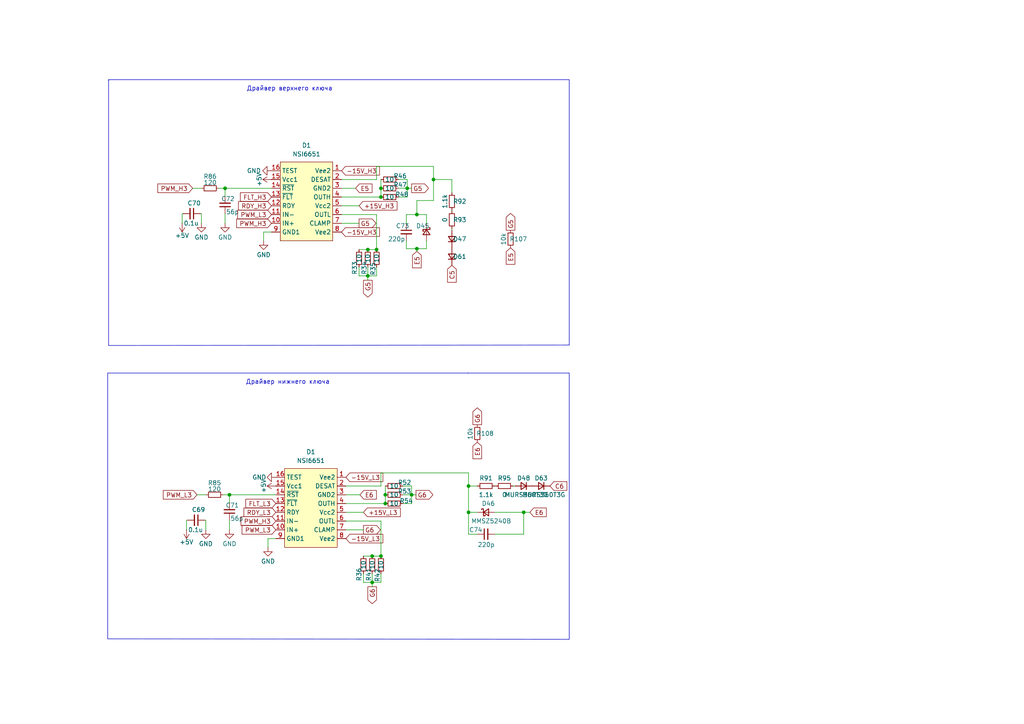
<source format=kicad_sch>
(kicad_sch (version 20231120) (generator "eeschema") (generator_version "8.0")
  (paper "A4")
  (lib_symbols
    (symbol "Device:C_Small" (pin_numbers hide) (pin_names (offset 0.254) hide)
      (property "Reference" "C" (at 0.254 1.778 0))
      (property "Value" "C_Small" (at 0.254 -2.032 0))
      (symbol "C_Small_0_1"
        (polyline (pts (xy -1.524 -0.508) (xy 1.524 -0.508)) (stroke (width 0.3302)))
        (polyline (pts (xy -1.524 0.508) (xy 1.524 0.508)) (stroke (width 0.3048)))
      )
      (symbol "C_Small_1_1"
        (pin passive line (at 0 2.54 270) (length 2.032) (name "~") (number "1"))
        (pin passive line (at 0 -2.54 90) (length 2.032) (name "~") (number "2"))
      )
    )
    (symbol "Device:D_Schottky_Small" (pin_numbers hide) (pin_names (offset 0.254) hide)
      (property "Reference" "D" (at -1.27 2.032 0))
      (property "Value" "D_Schottky_Small" (at -7.112 -2.032 0))
      (symbol "D_Schottky_Small_0_1"
        (polyline (pts (xy -0.762 0) (xy 0.762 0)))
        (polyline (pts (xy 0.762 -1.016) (xy -0.762 0) (xy 0.762 1.016) (xy 0.762 -1.016)) (stroke (width 0.254)))
        (polyline (pts (xy -1.27 0.762) (xy -1.27 1.016) (xy -0.762 1.016) (xy -0.762 -1.016) (xy -0.254 -1.016) (xy -0.254 -0.762)) (stroke (width 0.254)))
      )
      (symbol "D_Schottky_Small_1_1"
        (pin passive line (at -2.54 0 0) (length 1.778) (name "K") (number "1"))
        (pin passive line (at 2.54 0 180) (length 1.778) (name "A") (number "2"))
      )
    )
    (symbol "Device:D_Small" (pin_numbers hide) (pin_names (offset 0.254) hide)
      (property "Reference" "D" (at -1.27 2.032 0))
      (property "Value" "D_Small" (at -3.81 -2.032 0))
      (symbol "D_Small_0_1"
        (polyline (pts (xy -0.762 -1.016) (xy -0.762 1.016)) (stroke (width 0.254)))
        (polyline (pts (xy -0.762 0) (xy 0.762 0)))
        (polyline (pts (xy 0.762 -1.016) (xy -0.762 0) (xy 0.762 1.016) (xy 0.762 -1.016)) (stroke (width 0.254)))
      )
      (symbol "D_Small_1_1"
        (pin passive line (at -2.54 0 0) (length 1.778) (name "K") (number "1"))
        (pin passive line (at 2.54 0 180) (length 1.778) (name "A") (number "2"))
      )
    )
    (symbol "Device:R_Small" (pin_numbers hide) (pin_names (offset 0.254) hide)
      (property "Reference" "R" (at 0.762 0.508 0))
      (property "Value" "R_Small" (at 0.762 -1.016 0))
      (symbol "R_Small_0_1"
        (rectangle (start -0.762 1.778) (end 0.762 -1.778) (stroke (width 0.2032)))
      )
      (symbol "R_Small_1_1"
        (pin passive line (at 0 2.54 270) (length 0.762) (name "~") (number "1"))
        (pin passive line (at 0 -2.54 90) (length 0.762) (name "~") (number "2"))
      )
    )
    (symbol "Driver_My:NSI6651"
      (property "Reference" "D" (at 0 5.08 0))
      (property "Value" "NSI6651" (at 0 2.54 0))
      (symbol "NSI6651_1_1"
        (rectangle (start -7.62 0) (end 7.62 -22.86) (fill (type background)))
        (pin input line (at -10.16 -2.54 0) (length 2.54) (name "Vee2") (number "1"))
        (pin input line (at 10.16 -17.78 180) (length 2.54) (name "IN+") (number "10"))
        (pin input line (at 10.16 -15.24 180) (length 2.54) (name "IN-") (number "11"))
        (pin input line (at 10.16 -12.7 180) (length 2.54) (name "RDY") (number "12"))
        (pin input line (at 10.16 -10.16 180) (length 2.54) (name "~{FLT}") (number "13"))
        (pin input line (at 10.16 -7.62 180) (length 2.54) (name "~{RST}") (number "14"))
        (pin input line (at 10.16 -5.08 180) (length 2.54) (name "Vcc1") (number "15"))
        (pin input line (at 10.16 -2.54 180) (length 2.54) (name "TEST") (number "16"))
        (pin input line (at -10.16 -5.08 0) (length 2.54) (name "DESAT") (number "2"))
        (pin input line (at -10.16 -7.62 0) (length 2.54) (name "GND2") (number "3"))
        (pin input line (at -10.16 -10.16 0) (length 2.54) (name "OUTH") (number "4"))
        (pin input line (at -10.16 -12.7 0) (length 2.54) (name "Vcc2") (number "5"))
        (pin input line (at -10.16 -15.24 0) (length 2.54) (name "OUTL") (number "6"))
        (pin input line (at -10.16 -17.78 0) (length 2.54) (name "CLAMP") (number "7"))
        (pin input line (at -10.16 -20.32 0) (length 2.54) (name "Vee2") (number "8"))
        (pin input line (at 10.16 -20.32 180) (length 2.54) (name "GND1") (number "9"))
      )
    )
    (symbol "power:+5V" (power) (pin_numbers hide) (pin_names (offset 0) hide)
      (property "Value" "+5V" (at 0 3.556 0))
      (symbol "+5V_0_1"
        (polyline (pts (xy -0.762 1.27) (xy 0 2.54)))
        (polyline (pts (xy 0 0) (xy 0 2.54)))
        (polyline (pts (xy 0 2.54) (xy 0.762 1.27)))
      )
      (symbol "+5V_1_1"
        (pin power_in line (at 0 0 90) (length 0) (name "~") (number "1"))
      )
    )
    (symbol "power:GND" (power) (pin_names (offset 0))
      (property "Value" "GND" (at 0 -3.81 0))
      (symbol "GND_0_1"
        (polyline (pts (xy 0 0) (xy 0 -1.27) (xy 1.27 -1.27) (xy 0 -2.54) (xy -1.27 -1.27) (xy 0 -1.27)))
      )
      (symbol "GND_1_1"
        (pin power_in line (at 0 0 270) (length 0) hide (name "GND") (number "1"))
      )
    )
  )
  (junction (at 107.95 168.91))
  (junction (at 135.89 140.97))
  (junction (at 118.11 54.61))
  (junction (at 120.904 62.23))
  (junction (at 109.22 72.39))
  (junction (at 125.73 52.07))
  (junction (at 106.68 80.01))
  (junction (at 110.49 161.29))
  (junction (at 111.76 146.05))
  (junction (at 151.892 148.59))
  (junction (at 111.76 143.51))
  (junction (at 65.278 54.61))
  (junction (at 66.548 143.51))
  (junction (at 119.38 143.51))
  (junction (at 106.68 72.39))
  (junction (at 110.49 57.15))
  (junction (at 135.89 148.59))
  (junction (at 107.95 161.29))
  (junction (at 110.49 54.61))
  (junction (at 120.904 72.136))
  (wire (pts (xy 59.69 153.67) (xy 59.69 150.876)))
  (wire (pts (xy 120.904 72.136) (xy 123.698 72.136)))
  (wire (pts (xy 64.77 143.51) (xy 66.548 143.51)))
  (wire (pts (xy 115.57 54.61) (xy 118.11 54.61)))
  (wire (pts (xy 118.11 52.07) (xy 118.11 54.61)))
  (wire (pts (xy 106.68 80.01) (xy 109.22 80.01)))
  (wire (pts (xy 138.43 154.94) (xy 135.89 154.94)))
  (wire (pts (xy 100.33 143.51) (xy 104.394 143.51)))
  (wire (pts (xy 119.38 143.51) (xy 119.38 146.05)))
  (wire (pts (xy 100.33 148.59) (xy 105.41 148.59)))
  (polyline (pts (xy 31.496 100.203) (xy 31.496 23.114)))
  (polyline (pts (xy 165.1 23.114) (xy 165.1 100.076)))
  (wire (pts (xy 135.89 140.97) (xy 135.89 148.59)))
  (wire (pts (xy 125.73 52.07) (xy 131.064 52.07)))
  (wire (pts (xy 135.89 148.59) (xy 135.89 154.94)))
  (wire (pts (xy 117.856 62.23) (xy 120.904 62.23)))
  (wire (pts (xy 104.14 72.39) (xy 106.68 72.39)))
  (wire (pts (xy 104.14 77.47) (xy 104.14 80.01)))
  (wire (pts (xy 119.38 54.61) (xy 118.11 54.61)))
  (wire (pts (xy 143.51 148.59) (xy 151.892 148.59)))
  (polyline (pts (xy 165.1 108.204) (xy 165.1 163.83)))
  (wire (pts (xy 107.95 168.91) (xy 110.49 168.91)))
  (wire (pts (xy 105.41 161.29) (xy 107.95 161.29)))
  (wire (pts (xy 125.73 58.166) (xy 125.73 52.07)))
  (wire (pts (xy 115.57 52.07) (xy 118.11 52.07)))
  (wire (pts (xy 110.49 137.16) (xy 135.89 137.16)))
  (polyline (pts (xy 135.636 108.204) (xy 165.1 108.204)))
  (wire (pts (xy 66.548 145.796) (xy 66.548 143.51)))
  (wire (pts (xy 63.5 54.61) (xy 65.278 54.61)))
  (wire (pts (xy 109.22 52.07) (xy 109.22 48.26)))
  (wire (pts (xy 99.06 64.77) (xy 104.14 64.77)))
  (polyline (pts (xy 165.1 163.83) (xy 165.1 185.42)))
  (wire (pts (xy 66.548 143.51) (xy 80.01 143.51)))
  (wire (pts (xy 106.68 80.01) (xy 106.68 81.28)))
  (wire (pts (xy 107.95 161.29) (xy 110.49 161.29)))
  (wire (pts (xy 65.278 56.896) (xy 65.278 54.61)))
  (wire (pts (xy 104.14 80.01) (xy 106.68 80.01)))
  (wire (pts (xy 123.698 64.77) (xy 123.698 62.23)))
  (wire (pts (xy 119.38 140.97) (xy 119.38 143.51)))
  (wire (pts (xy 131.064 66.294) (xy 131.064 66.802)))
  (wire (pts (xy 99.06 52.07) (xy 109.22 52.07)))
  (wire (pts (xy 117.856 72.136) (xy 120.904 72.136)))
  (wire (pts (xy 65.278 54.61) (xy 78.74 54.61)))
  (wire (pts (xy 123.698 69.85) (xy 123.698 72.136)))
  (wire (pts (xy 110.49 54.61) (xy 110.49 57.15)))
  (wire (pts (xy 109.22 62.23) (xy 109.22 72.39)))
  (wire (pts (xy 107.95 166.37) (xy 107.95 168.91)))
  (wire (pts (xy 125.73 48.26) (xy 125.73 52.07)))
  (wire (pts (xy 151.892 148.59) (xy 153.67 148.59)))
  (wire (pts (xy 120.65 143.51) (xy 119.38 143.51)))
  (wire (pts (xy 77.724 156.21) (xy 77.724 158.75)))
  (wire (pts (xy 100.33 153.67) (xy 105.41 153.67)))
  (polyline (pts (xy 165.1 100.076) (xy 31.496 100.203)))
  (wire (pts (xy 120.904 58.166) (xy 125.73 58.166)))
  (wire (pts (xy 54.102 150.876) (xy 54.356 150.876)))
  (wire (pts (xy 65.278 64.77) (xy 65.278 61.976)))
  (wire (pts (xy 76.454 67.31) (xy 76.454 69.85)))
  (wire (pts (xy 131.064 61.214) (xy 131.064 60.96)))
  (wire (pts (xy 109.22 77.47) (xy 109.22 80.01)))
  (wire (pts (xy 111.76 140.97) (xy 111.76 143.51)))
  (wire (pts (xy 55.88 54.61) (xy 58.42 54.61)))
  (wire (pts (xy 110.49 151.13) (xy 110.49 161.29)))
  (wire (pts (xy 110.49 52.07) (xy 110.49 54.61)))
  (wire (pts (xy 116.84 140.97) (xy 119.38 140.97)))
  (wire (pts (xy 52.832 64.77) (xy 52.832 61.976)))
  (wire (pts (xy 52.832 61.976) (xy 53.086 61.976)))
  (wire (pts (xy 135.89 148.59) (xy 138.43 148.59)))
  (wire (pts (xy 118.11 57.15) (xy 115.57 57.15)))
  (wire (pts (xy 116.84 143.51) (xy 119.38 143.51)))
  (polyline (pts (xy 165.1 185.42) (xy 31.242 185.293)))
  (wire (pts (xy 105.41 166.37) (xy 105.41 168.91)))
  (polyline (pts (xy 31.242 108.204) (xy 135.763 108.204)))
  (polyline (pts (xy 165.1 23.114) (xy 31.496 23.114)))
  (wire (pts (xy 99.06 54.61) (xy 103.124 54.61)))
  (wire (pts (xy 120.904 62.23) (xy 120.904 58.166)))
  (wire (pts (xy 110.49 140.97) (xy 110.49 137.16)))
  (wire (pts (xy 143.51 154.94) (xy 151.892 154.94)))
  (wire (pts (xy 80.01 156.21) (xy 77.724 156.21)))
  (wire (pts (xy 110.49 166.37) (xy 110.49 168.91)))
  (wire (pts (xy 119.38 146.05) (xy 116.84 146.05)))
  (wire (pts (xy 120.904 62.23) (xy 123.698 62.23)))
  (polyline (pts (xy 31.242 185.293) (xy 31.242 108.204)))
  (wire (pts (xy 111.76 143.51) (xy 111.76 146.05)))
  (wire (pts (xy 57.15 143.51) (xy 59.69 143.51)))
  (wire (pts (xy 59.69 150.876) (xy 59.436 150.876)))
  (wire (pts (xy 109.22 48.26) (xy 125.73 48.26)))
  (wire (pts (xy 118.11 54.61) (xy 118.11 57.15)))
  (wire (pts (xy 100.33 146.05) (xy 111.76 146.05)))
  (wire (pts (xy 99.06 62.23) (xy 109.22 62.23)))
  (wire (pts (xy 58.42 61.976) (xy 58.166 61.976)))
  (wire (pts (xy 100.33 151.13) (xy 110.49 151.13)))
  (wire (pts (xy 117.856 69.85) (xy 117.856 72.136)))
  (wire (pts (xy 106.68 72.39) (xy 109.22 72.39)))
  (wire (pts (xy 78.74 67.31) (xy 76.454 67.31)))
  (wire (pts (xy 143.764 140.97) (xy 143.51 140.97)))
  (wire (pts (xy 148.844 140.97) (xy 149.352 140.97)))
  (wire (pts (xy 117.856 64.77) (xy 117.856 62.23)))
  (wire (pts (xy 151.892 148.59) (xy 151.892 154.94)))
  (wire (pts (xy 99.06 59.69) (xy 104.14 59.69)))
  (wire (pts (xy 131.064 52.07) (xy 131.064 55.88)))
  (polyline (pts (xy 31.496 23.114) (xy 31.496 23.368)))
  (wire (pts (xy 106.68 77.47) (xy 106.68 80.01)))
  (wire (pts (xy 135.89 137.16) (xy 135.89 140.97)))
  (wire (pts (xy 99.06 57.15) (xy 110.49 57.15)))
  (wire (pts (xy 105.41 168.91) (xy 107.95 168.91)))
  (wire (pts (xy 107.95 168.91) (xy 107.95 170.18)))
  (wire (pts (xy 135.89 140.97) (xy 138.43 140.97)))
  (wire (pts (xy 54.102 153.67) (xy 54.102 150.876)))
  (wire (pts (xy 58.42 64.77) (xy 58.42 61.976)))
  (wire (pts (xy 66.548 153.67) (xy 66.548 150.876)))
  (wire (pts (xy 100.33 140.97) (xy 110.49 140.97)))
  (wire (pts (xy 120.904 72.136) (xy 120.904 72.898)))
  (text "Драйвер верхнего ключа" (at 71.501 26.543 0) (effects (font (size 1.27 1.27)) (justify left bottom)))
  (text "Драйвер нижнего ключа" (at 71.247 111.633 0) (effects (font (size 1.27 1.27)) (justify left bottom)))
  (global_label "G5" (shape output) (at 148.082 66.802 90) (property "Intersheetrefs" "${INTERSHEET_REFS}" (effects (hide yes))))
  (global_label "E6" (shape input) (at 138.43 128.27 270) (property "Intersheetrefs" "${INTERSHEET_REFS}" (effects (hide yes))))
  (global_label "PWM_L3" (shape input) (at 80.01 153.67 180) (property "Intersheetrefs" "${INTERSHEET_REFS}" (effects (hide yes))))
  (global_label "G5" (shape output) (at 119.38 54.61 0) (property "Intersheetrefs" "${INTERSHEET_REFS}" (effects (hide yes))))
  (global_label "RDY_H3" (shape input) (at 78.74 59.69 180) (property "Intersheetrefs" "${INTERSHEET_REFS}" (effects (hide yes))))
  (global_label "E6" (shape input) (at 153.67 148.59 0) (property "Intersheetrefs" "${INTERSHEET_REFS}" (effects (hide yes))))
  (global_label "FLT_H3" (shape input) (at 78.74 57.15 180) (property "Intersheetrefs" "${INTERSHEET_REFS}" (effects (hide yes))))
  (global_label "E5" (shape input) (at 120.904 72.898 270) (property "Intersheetrefs" "${INTERSHEET_REFS}" (effects (hide yes))))
  (global_label "G6" (shape output) (at 138.43 123.19 90) (property "Intersheetrefs" "${INTERSHEET_REFS}" (effects (hide yes))))
  (global_label "-15V_L3" (shape input) (at 100.33 156.21 0) (property "Intersheetrefs" "${INTERSHEET_REFS}" (effects (hide yes))))
  (global_label "PWM_L3" (shape input) (at 57.15 143.51 180) (property "Intersheetrefs" "${INTERSHEET_REFS}" (effects (hide yes))))
  (global_label "PWM_H3" (shape input) (at 80.01 151.13 180) (property "Intersheetrefs" "${INTERSHEET_REFS}" (effects (hide yes))))
  (global_label "E5" (shape input) (at 148.082 71.882 270) (property "Intersheetrefs" "${INTERSHEET_REFS}" (effects (hide yes))))
  (global_label "PWM_H3" (shape input) (at 55.88 54.61 180) (property "Intersheetrefs" "${INTERSHEET_REFS}" (effects (hide yes))))
  (global_label "RDY_L3" (shape input) (at 80.01 148.59 180) (property "Intersheetrefs" "${INTERSHEET_REFS}" (effects (hide yes))))
  (global_label "E6" (shape input) (at 104.394 143.51 0) (property "Intersheetrefs" "${INTERSHEET_REFS}" (effects (hide yes))))
  (global_label "E5" (shape input) (at 103.124 54.61 0) (property "Intersheetrefs" "${INTERSHEET_REFS}" (effects (hide yes))))
  (global_label "-15V_H3" (shape input) (at 99.06 67.31 0) (property "Intersheetrefs" "${INTERSHEET_REFS}" (effects (hide yes))))
  (global_label "PWM_H3" (shape input) (at 78.74 64.77 180) (property "Intersheetrefs" "${INTERSHEET_REFS}" (effects (hide yes))))
  (global_label "C6" (shape input) (at 159.512 140.97 0) (property "Intersheetrefs" "${INTERSHEET_REFS}" (effects (hide yes))))
  (global_label "G5" (shape output) (at 104.14 64.77 0) (property "Intersheetrefs" "${INTERSHEET_REFS}" (effects (hide yes))))
  (global_label "FLT_L3" (shape input) (at 80.01 146.05 180) (property "Intersheetrefs" "${INTERSHEET_REFS}" (effects (hide yes))))
  (global_label "+15V_L3" (shape input) (at 105.41 148.59 0) (property "Intersheetrefs" "${INTERSHEET_REFS}" (effects (hide yes))))
  (global_label "G6" (shape output) (at 105.41 153.67 0) (property "Intersheetrefs" "${INTERSHEET_REFS}" (effects (hide yes))))
  (global_label "G6" (shape output) (at 107.95 170.18 270) (property "Intersheetrefs" "${INTERSHEET_REFS}" (effects (hide yes))))
  (global_label "-15V_H3" (shape input) (at 99.06 49.53 0) (property "Intersheetrefs" "${INTERSHEET_REFS}" (effects (hide yes))))
  (global_label "G6" (shape output) (at 120.65 143.51 0) (property "Intersheetrefs" "${INTERSHEET_REFS}" (effects (hide yes))))
  (global_label "C5" (shape input) (at 131.064 76.962 270) (property "Intersheetrefs" "${INTERSHEET_REFS}" (effects (hide yes))))
  (global_label "G5" (shape output) (at 106.68 81.28 270) (property "Intersheetrefs" "${INTERSHEET_REFS}" (effects (hide yes))))
  (global_label "+15V_H3" (shape input) (at 104.14 59.69 0) (property "Intersheetrefs" "${INTERSHEET_REFS}" (effects (hide yes))))
  (global_label "PWM_L3" (shape input) (at 78.74 62.23 180) (property "Intersheetrefs" "${INTERSHEET_REFS}" (effects (hide yes))))
  (global_label "-15V_L3" (shape input) (at 100.33 138.43 0) (property "Intersheetrefs" "${INTERSHEET_REFS}" (effects (hide yes))))
  (symbol (lib_id "Device:D_Small") (at 151.892 140.97 180) (unit 1)
    (property "Reference" "D48" (at 151.892 138.684 0))
    (property "Value" "MURS360T3G" (at 152.654 143.51 0))
    (property "Footprint" "Diode_SMD:D_SMA_Handsoldering" (effects (hide yes)))
  )
  (symbol (lib_id "Device:R_Small") (at 105.41 163.83 0) (unit 1)
    (property "Reference" "R36" (at 104.14 166.624 90))
    (property "Value" "10" (at 105.41 163.83 90))
    (property "Footprint" "Resistor_SMD:R_1206_3216Metric_Pad1.30x1.75mm_HandSolder" (effects (hide yes)))
  )
  (symbol (lib_id "Device:R_Small") (at 110.49 163.83 0) (unit 1)
    (property "Reference" "R42" (at 109.474 166.878 90))
    (property "Value" "10" (at 110.49 163.83 90))
    (property "Footprint" "Resistor_SMD:R_1206_3216Metric_Pad1.30x1.75mm_HandSolder" (effects (hide yes)))
  )
  (symbol (lib_id "power:GND") (at 76.454 69.85 0) (unit 1)
    (property "Reference" "#PWR0198" (effects (hide yes)))
    (property "Value" "GND" (at 74.422 73.914 0) (effects (justify left)))
  )
  (symbol (lib_id "Device:C_Small") (at 65.278 59.436 180) (unit 1)
    (property "Reference" "C72" (at 68.072 57.658 0) (effects (justify left)))
    (property "Value" "56p" (at 65.532 61.468 0) (effects (justify right)))
    (property "Footprint" "Capacitor_SMD:C_0805_2012Metric_Pad1.18x1.45mm_HandSolder" (effects (hide yes)))
  )
  (symbol (lib_id "Device:R_Small") (at 107.95 163.83 0) (unit 1)
    (property "Reference" "R41" (at 106.934 166.624 90))
    (property "Value" "10" (at 107.95 163.83 90))
    (property "Footprint" "Resistor_SMD:R_1206_3216Metric_Pad1.30x1.75mm_HandSolder" (effects (hide yes)))
  )
  (symbol (lib_id "Device:C_Small") (at 66.548 148.336 180) (unit 1)
    (property "Reference" "C71" (at 69.342 146.558 0) (effects (justify left)))
    (property "Value" "56p" (at 66.802 150.368 0) (effects (justify right)))
    (property "Footprint" "Capacitor_SMD:C_0805_2012Metric_Pad1.18x1.45mm_HandSolder" (effects (hide yes)))
  )
  (symbol (lib_id "power:GND") (at 77.724 158.75 0) (unit 1)
    (property "Reference" "#PWR0197" (effects (hide yes)))
    (property "Value" "GND" (at 75.692 162.814 0) (effects (justify left)))
  )
  (symbol (lib_id "Device:R_Small") (at 138.43 125.73 180) (unit 1)
    (property "Reference" "R108" (at 140.716 125.73 0))
    (property "Value" "10k" (at 136.398 125.73 90))
    (property "Footprint" "Resistor_SMD:R_0805_2012Metric_Pad1.20x1.40mm_HandSolder" (effects (hide yes)))
  )
  (symbol (lib_id "power:+5V") (at 80.01 140.97 90) (unit 1)
    (property "Reference" "#PWR196" (effects (hide yes)))
    (property "Value" "+5V" (at 76.454 140.97 0))
    (property "Description" "Power symbol creates a global label with name \"+5V\"" (effects (hide yes)))
  )
  (symbol (lib_id "Device:C_Small") (at 117.856 67.31 0) (unit 1)
    (property "Reference" "C73" (at 114.808 65.532 0) (effects (justify left)))
    (property "Value" "220p" (at 112.522 69.342 0) (effects (justify left)))
    (property "Footprint" "Capacitor_SMD:C_0805_2012Metric_Pad1.18x1.45mm_HandSolder" (effects (hide yes)))
  )
  (symbol (lib_id "Device:R_Small") (at 104.14 74.93 0) (unit 1)
    (property "Reference" "R33" (at 102.87 77.724 90))
    (property "Value" "10" (at 104.14 74.93 90))
    (property "Footprint" "Resistor_SMD:R_1206_3216Metric_Pad1.30x1.75mm_HandSolder" (effects (hide yes)))
  )
  (symbol (lib_id "power:+5V") (at 78.74 52.07 90) (unit 1)
    (property "Reference" "#PWR190" (effects (hide yes)))
    (property "Value" "+5V" (at 75.184 52.07 0))
    (property "Description" "Power symbol creates a global label with name \"+5V\"" (effects (hide yes)))
  )
  (symbol (lib_id "power:GND") (at 58.42 64.77 0) (unit 1)
    (property "Reference" "#PWR0192" (effects (hide yes)))
    (property "Value" "GND" (at 56.388 68.834 0) (effects (justify left)))
  )
  (symbol (lib_id "Device:R_Small") (at 114.3 146.05 270) (unit 1)
    (property "Reference" "R54" (at 117.856 145.288 90))
    (property "Value" "10" (at 114.3 146.05 90))
    (property "Footprint" "Resistor_SMD:R_1206_3216Metric_Pad1.30x1.75mm_HandSolder" (effects (hide yes)))
  )
  (symbol (lib_id "Device:R_Small") (at 140.97 140.97 270) (unit 1)
    (property "Reference" "R91" (at 140.97 138.684 90))
    (property "Value" "1.1k" (at 140.97 143.51 90))
    (property "Footprint" "Resistor_SMD:R_0805_2012Metric_Pad1.20x1.40mm_HandSolder" (effects (hide yes)))
  )
  (symbol (lib_id "Device:R_Small") (at 148.082 69.342 180) (unit 1)
    (property "Reference" "R107" (at 150.368 69.342 0))
    (property "Value" "10k" (at 146.05 69.342 90))
    (property "Footprint" "Resistor_SMD:R_0805_2012Metric_Pad1.20x1.40mm_HandSolder" (effects (hide yes)))
  )
  (symbol (lib_id "Device:D_Schottky_Small") (at 123.698 67.31 270) (unit 1)
    (property "Reference" "D45" (at 120.65 65.532 90) (effects (justify left)))
    (property "Value" "MMSZ5240B" (effects (hide yes)))
    (property "Footprint" "Diode_SMD:D_SOD-123" (effects (hide yes)))
  )
  (symbol (lib_id "Device:D_Small") (at 131.064 69.342 90) (unit 1)
    (property "Reference" "D47" (at 133.35 69.342 90))
    (property "Value" "MURS360T3G" (effects (hide yes)))
    (property "Footprint" "Diode_SMD:D_SMA_Handsoldering" (effects (hide yes)))
  )
  (symbol (lib_id "Driver_My:NSI6651") (at 88.9 46.99 0) (mirror y) (unit 1)
    (property "Reference" "D1" (at 88.9 42.164 0))
    (property "Value" "NSI6651" (at 88.9 44.704 0))
    (property "Footprint" "Package_SO:SOIC-16W_7.5x10.3mm_P1.27mm" (effects (hide yes)))
    (instances (project "Driver GD50FFY120C5S" (path "" (reference "D1") (unit 1)) (path "" (reference "D24") (unit 1)) (path "" (reference "D5") (unit 1)) (path "" (reference "D17") (unit 1)) (path "" (reference "D11") (unit 1))) (project "Adapter" (path "" (reference "D37") (unit 1))))
  )
  (symbol (lib_id "Driver_My:NSI6651") (at 90.17 135.89 0) (mirror y) (unit 1)
    (property "Reference" "D1" (at 90.17 131.064 0))
    (property "Value" "NSI6651" (at 90.17 133.604 0))
    (property "Footprint" "Package_SO:SOIC-16W_7.5x10.3mm_P1.27mm" (effects (hide yes)))
    (instances (project "Driver GD50FFY120C5S" (path "" (reference "D1") (unit 1)) (path "" (reference "D24") (unit 1)) (path "" (reference "D5") (unit 1)) (path "" (reference "D17") (unit 1)) (path "" (reference "D11") (unit 1))) (project "Adapter" (path "" (reference "D44") (unit 1))))
  )
  (symbol (lib_id "Device:R_Small") (at 131.064 63.754 180) (unit 1)
    (property "Reference" "R93" (at 133.35 63.754 0))
    (property "Value" "0" (at 129.032 63.754 90))
    (property "Footprint" "Resistor_SMD:R_0805_2012Metric_Pad1.20x1.40mm_HandSolder" (effects (hide yes)))
  )
  (symbol (lib_id "power:GND") (at 80.01 138.43 270) (unit 1)
    (property "Reference" "#PWR0199" (effects (hide yes)))
    (property "Value" "GND" (at 73.152 138.43 90) (effects (justify left)))
  )
  (symbol (lib_id "power:+5V") (at 52.832 64.77 180) (unit 1)
    (property "Reference" "#PWR189" (effects (hide yes)))
    (property "Value" "+5V" (at 52.832 68.326 0))
    (property "Description" "Power symbol creates a global label with name \"+5V\"" (effects (hide yes)))
  )
  (symbol (lib_id "Device:R_Small") (at 113.03 57.15 270) (unit 1)
    (property "Reference" "R48" (at 116.586 56.388 90))
    (property "Value" "10" (at 113.03 57.15 90))
    (property "Footprint" "Resistor_SMD:R_1206_3216Metric_Pad1.30x1.75mm_HandSolder" (effects (hide yes)))
  )
  (symbol (lib_id "Device:R_Small") (at 114.3 140.97 270) (unit 1)
    (property "Reference" "R52" (at 117.348 139.954 90))
    (property "Value" "10" (at 114.3 140.97 90))
    (property "Footprint" "Resistor_SMD:R_1206_3216Metric_Pad1.30x1.75mm_HandSolder" (effects (hide yes)))
  )
  (symbol (lib_id "Device:R_Small") (at 62.23 143.51 90) (unit 1)
    (property "Reference" "R85" (at 62.23 140.081 90))
    (property "Value" "120" (at 62.23 141.859 90))
    (property "Footprint" "Resistor_SMD:R_0805_2012Metric_Pad1.20x1.40mm_HandSolder" (effects (hide yes)))
  )
  (symbol (lib_id "power:GND") (at 65.278 64.77 0) (unit 1)
    (property "Reference" "#PWR0194" (effects (hide yes)))
    (property "Value" "GND" (at 63.246 68.834 0) (effects (justify left)))
  )
  (symbol (lib_id "Device:C_Small") (at 140.97 154.94 90) (unit 1)
    (property "Reference" "C74" (at 139.954 153.67 90) (effects (justify left)))
    (property "Value" "220p" (at 143.51 157.988 90) (effects (justify left)))
    (property "Footprint" "Capacitor_SMD:C_0805_2012Metric_Pad1.18x1.45mm_HandSolder" (effects (hide yes)))
  )
  (symbol (lib_id "Device:D_Small") (at 156.972 140.97 180) (unit 1)
    (property "Reference" "D63" (at 156.972 138.684 0))
    (property "Value" "MURS360T3G" (at 157.734 143.51 0))
    (property "Footprint" "Diode_SMD:D_SMA_Handsoldering" (effects (hide yes)))
  )
  (symbol (lib_id "Device:R_Small") (at 113.03 54.61 270) (unit 1)
    (property "Reference" "R47" (at 116.078 53.594 90))
    (property "Value" "10" (at 113.03 54.61 90))
    (property "Footprint" "Resistor_SMD:R_1206_3216Metric_Pad1.30x1.75mm_HandSolder" (effects (hide yes)))
  )
  (symbol (lib_id "power:GND") (at 78.74 49.53 270) (unit 1)
    (property "Reference" "#PWR0201" (effects (hide yes)))
    (property "Value" "GND" (at 75.692 49.53 90) (effects (justify right)))
  )
  (symbol (lib_id "Device:R_Small") (at 106.68 74.93 0) (unit 1)
    (property "Reference" "R34" (at 105.664 77.724 90))
    (property "Value" "10" (at 106.68 74.93 90))
    (property "Footprint" "Resistor_SMD:R_1206_3216Metric_Pad1.30x1.75mm_HandSolder" (effects (hide yes)))
  )
  (symbol (lib_id "power:+5V") (at 54.102 153.67 180) (unit 1)
    (property "Reference" "#PWR195" (effects (hide yes)))
    (property "Value" "+5V" (at 54.102 157.226 0))
    (property "Description" "Power symbol creates a global label with name \"+5V\"" (effects (hide yes)))
  )
  (symbol (lib_id "Device:R_Small") (at 109.22 74.93 0) (unit 1)
    (property "Reference" "R35" (at 108.204 77.978 90))
    (property "Value" "10" (at 109.22 74.93 90))
    (property "Footprint" "Resistor_SMD:R_1206_3216Metric_Pad1.30x1.75mm_HandSolder" (effects (hide yes)))
  )
  (symbol (lib_id "Device:R_Small") (at 114.3 143.51 270) (unit 1)
    (property "Reference" "R53" (at 117.348 142.494 90))
    (property "Value" "10" (at 114.3 143.51 90))
    (property "Footprint" "Resistor_SMD:R_1206_3216Metric_Pad1.30x1.75mm_HandSolder" (effects (hide yes)))
  )
  (symbol (lib_id "Device:D_Schottky_Small") (at 140.97 148.59 0) (unit 1)
    (property "Reference" "D46" (at 139.7 146.05 0) (effects (justify left)))
    (property "Value" "MMSZ5240B" (at 136.652 151.13 0) (effects (justify left)))
    (property "Footprint" "Diode_SMD:D_SOD-123" (effects (hide yes)))
  )
  (symbol (lib_id "Device:R_Small") (at 131.064 58.42 180) (unit 1)
    (property "Reference" "R92" (at 133.35 58.42 0))
    (property "Value" "1.1k" (at 129.032 58.42 90))
    (property "Footprint" "Resistor_SMD:R_0805_2012Metric_Pad1.20x1.40mm_HandSolder" (effects (hide yes)))
  )
  (symbol (lib_id "Device:R_Small") (at 60.96 54.61 90) (unit 1)
    (property "Reference" "R86" (at 60.96 51.181 90))
    (property "Value" "120" (at 60.96 52.959 90))
    (property "Footprint" "Resistor_SMD:R_0805_2012Metric_Pad1.20x1.40mm_HandSolder" (effects (hide yes)))
  )
  (symbol (lib_id "power:GND") (at 66.548 153.67 0) (unit 1)
    (property "Reference" "#PWR0193" (effects (hide yes)))
    (property "Value" "GND" (at 64.516 157.734 0) (effects (justify left)))
  )
  (symbol (lib_id "Device:R_Small") (at 146.304 140.97 270) (unit 1)
    (property "Reference" "R95" (at 146.304 138.684 90))
    (property "Value" "0" (at 146.304 143.51 90))
    (property "Footprint" "Resistor_SMD:R_0805_2012Metric_Pad1.20x1.40mm_HandSolder" (effects (hide yes)))
  )
  (symbol (lib_id "Device:C_Small") (at 56.896 150.876 270) (unit 1)
    (property "Reference" "C69" (at 55.626 147.828 90) (effects (justify left)))
    (property "Value" "0.1u" (at 58.928 153.67 90) (effects (justify right)))
    (property "Footprint" "Capacitor_SMD:C_0805_2012Metric_Pad1.18x1.45mm_HandSolder" (effects (hide yes)))
  )
  (symbol (lib_id "Device:C_Small") (at 55.626 61.976 270) (unit 1)
    (property "Reference" "C70" (at 54.356 58.928 90) (effects (justify left)))
    (property "Value" "0.1u" (at 57.658 64.77 90) (effects (justify right)))
    (property "Footprint" "Capacitor_SMD:C_0805_2012Metric_Pad1.18x1.45mm_HandSolder" (effects (hide yes)))
  )
  (symbol (lib_id "Device:R_Small") (at 113.03 52.07 270) (unit 1)
    (property "Reference" "R46" (at 116.078 51.054 90))
    (property "Value" "10" (at 113.03 52.07 90))
    (property "Footprint" "Resistor_SMD:R_1206_3216Metric_Pad1.30x1.75mm_HandSolder" (effects (hide yes)))
  )
  (symbol (lib_id "Device:D_Small") (at 131.064 74.422 90) (unit 1)
    (property "Reference" "D61" (at 133.35 74.422 90))
    (property "Value" "MURS360T3G" (effects (hide yes)))
    (property "Footprint" "Diode_SMD:D_SMA_Handsoldering" (effects (hide yes)))
  )
  (symbol (lib_id "power:GND") (at 59.69 153.67 0) (unit 1)
    (property "Reference" "#PWR0191" (effects (hide yes)))
    (property "Value" "GND" (at 57.658 157.734 0) (effects (justify left)))
  )
)
</source>
